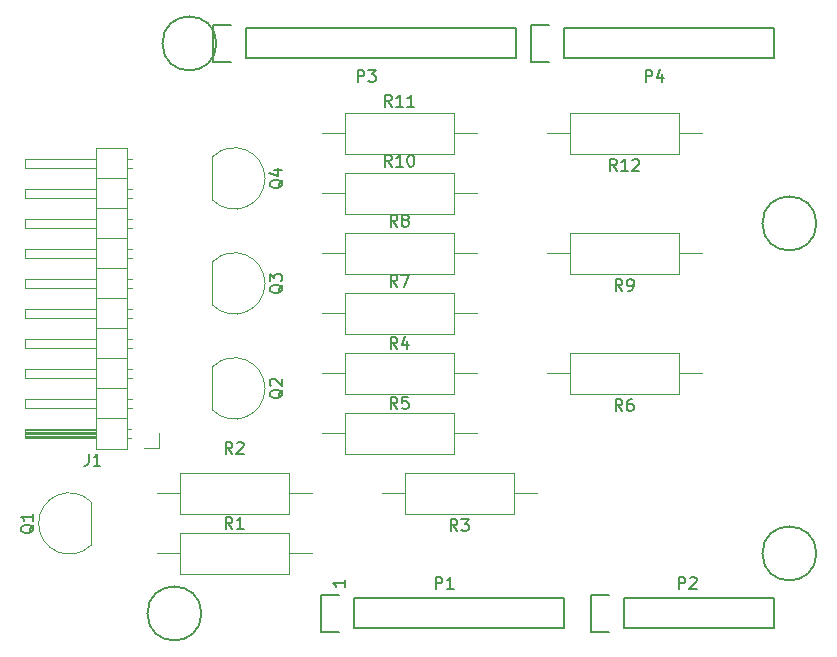
<source format=gbr>
G04 #@! TF.GenerationSoftware,KiCad,Pcbnew,(5.1.2)-1*
G04 #@! TF.CreationDate,2019-05-26T20:18:29+06:00*
G04 #@! TF.ProjectId,HeadcrabShield,48656164-6372-4616-9253-6869656c642e,rev?*
G04 #@! TF.SameCoordinates,Original*
G04 #@! TF.FileFunction,Legend,Top*
G04 #@! TF.FilePolarity,Positive*
%FSLAX46Y46*%
G04 Gerber Fmt 4.6, Leading zero omitted, Abs format (unit mm)*
G04 Created by KiCad (PCBNEW (5.1.2)-1) date 2019-05-26 20:18:29*
%MOMM*%
%LPD*%
G04 APERTURE LIST*
%ADD10C,0.150000*%
%ADD11C,0.120000*%
G04 APERTURE END LIST*
D10*
X139390380Y-120999285D02*
X139390380Y-121570714D01*
X139390380Y-121285000D02*
X138390380Y-121285000D01*
X138533238Y-121380238D01*
X138628476Y-121475476D01*
X138676095Y-121570714D01*
D11*
X123698000Y-109855000D02*
X122428000Y-109855000D01*
X123698000Y-108585000D02*
X123698000Y-109855000D01*
X121385071Y-85345000D02*
X120988000Y-85345000D01*
X121385071Y-86105000D02*
X120988000Y-86105000D01*
X112328000Y-85345000D02*
X118328000Y-85345000D01*
X112328000Y-86105000D02*
X112328000Y-85345000D01*
X118328000Y-86105000D02*
X112328000Y-86105000D01*
X120988000Y-86995000D02*
X118328000Y-86995000D01*
X121385071Y-87885000D02*
X120988000Y-87885000D01*
X121385071Y-88645000D02*
X120988000Y-88645000D01*
X112328000Y-87885000D02*
X118328000Y-87885000D01*
X112328000Y-88645000D02*
X112328000Y-87885000D01*
X118328000Y-88645000D02*
X112328000Y-88645000D01*
X120988000Y-89535000D02*
X118328000Y-89535000D01*
X121385071Y-90425000D02*
X120988000Y-90425000D01*
X121385071Y-91185000D02*
X120988000Y-91185000D01*
X112328000Y-90425000D02*
X118328000Y-90425000D01*
X112328000Y-91185000D02*
X112328000Y-90425000D01*
X118328000Y-91185000D02*
X112328000Y-91185000D01*
X120988000Y-92075000D02*
X118328000Y-92075000D01*
X121385071Y-92965000D02*
X120988000Y-92965000D01*
X121385071Y-93725000D02*
X120988000Y-93725000D01*
X112328000Y-92965000D02*
X118328000Y-92965000D01*
X112328000Y-93725000D02*
X112328000Y-92965000D01*
X118328000Y-93725000D02*
X112328000Y-93725000D01*
X120988000Y-94615000D02*
X118328000Y-94615000D01*
X121385071Y-95505000D02*
X120988000Y-95505000D01*
X121385071Y-96265000D02*
X120988000Y-96265000D01*
X112328000Y-95505000D02*
X118328000Y-95505000D01*
X112328000Y-96265000D02*
X112328000Y-95505000D01*
X118328000Y-96265000D02*
X112328000Y-96265000D01*
X120988000Y-97155000D02*
X118328000Y-97155000D01*
X121385071Y-98045000D02*
X120988000Y-98045000D01*
X121385071Y-98805000D02*
X120988000Y-98805000D01*
X112328000Y-98045000D02*
X118328000Y-98045000D01*
X112328000Y-98805000D02*
X112328000Y-98045000D01*
X118328000Y-98805000D02*
X112328000Y-98805000D01*
X120988000Y-99695000D02*
X118328000Y-99695000D01*
X121385071Y-100585000D02*
X120988000Y-100585000D01*
X121385071Y-101345000D02*
X120988000Y-101345000D01*
X112328000Y-100585000D02*
X118328000Y-100585000D01*
X112328000Y-101345000D02*
X112328000Y-100585000D01*
X118328000Y-101345000D02*
X112328000Y-101345000D01*
X120988000Y-102235000D02*
X118328000Y-102235000D01*
X121385071Y-103125000D02*
X120988000Y-103125000D01*
X121385071Y-103885000D02*
X120988000Y-103885000D01*
X112328000Y-103125000D02*
X118328000Y-103125000D01*
X112328000Y-103885000D02*
X112328000Y-103125000D01*
X118328000Y-103885000D02*
X112328000Y-103885000D01*
X120988000Y-104775000D02*
X118328000Y-104775000D01*
X121385071Y-105665000D02*
X120988000Y-105665000D01*
X121385071Y-106425000D02*
X120988000Y-106425000D01*
X112328000Y-105665000D02*
X118328000Y-105665000D01*
X112328000Y-106425000D02*
X112328000Y-105665000D01*
X118328000Y-106425000D02*
X112328000Y-106425000D01*
X120988000Y-107315000D02*
X118328000Y-107315000D01*
X121318000Y-108205000D02*
X120988000Y-108205000D01*
X121318000Y-108965000D02*
X120988000Y-108965000D01*
X118328000Y-108305000D02*
X112328000Y-108305000D01*
X118328000Y-108425000D02*
X112328000Y-108425000D01*
X118328000Y-108545000D02*
X112328000Y-108545000D01*
X118328000Y-108665000D02*
X112328000Y-108665000D01*
X118328000Y-108785000D02*
X112328000Y-108785000D01*
X118328000Y-108905000D02*
X112328000Y-108905000D01*
X112328000Y-108205000D02*
X118328000Y-108205000D01*
X112328000Y-108965000D02*
X112328000Y-108205000D01*
X118328000Y-108965000D02*
X112328000Y-108965000D01*
X118328000Y-109915000D02*
X120988000Y-109915000D01*
X118328000Y-84395000D02*
X118328000Y-109915000D01*
X120988000Y-84395000D02*
X118328000Y-84395000D01*
X120988000Y-109915000D02*
X120988000Y-84395000D01*
X156488000Y-83185000D02*
X158448000Y-83185000D01*
X169648000Y-83185000D02*
X167688000Y-83185000D01*
X158448000Y-84905000D02*
X167688000Y-84905000D01*
X158448000Y-81465000D02*
X158448000Y-84905000D01*
X167688000Y-81465000D02*
X158448000Y-81465000D01*
X167688000Y-84905000D02*
X167688000Y-81465000D01*
X156488000Y-93345000D02*
X158448000Y-93345000D01*
X169648000Y-93345000D02*
X167688000Y-93345000D01*
X158448000Y-95065000D02*
X167688000Y-95065000D01*
X158448000Y-91625000D02*
X158448000Y-95065000D01*
X167688000Y-91625000D02*
X158448000Y-91625000D01*
X167688000Y-95065000D02*
X167688000Y-91625000D01*
X150598000Y-83185000D02*
X148638000Y-83185000D01*
X137438000Y-83185000D02*
X139398000Y-83185000D01*
X148638000Y-81465000D02*
X139398000Y-81465000D01*
X148638000Y-84905000D02*
X148638000Y-81465000D01*
X139398000Y-84905000D02*
X148638000Y-84905000D01*
X139398000Y-81465000D02*
X139398000Y-84905000D01*
X150598000Y-93345000D02*
X148638000Y-93345000D01*
X137438000Y-93345000D02*
X139398000Y-93345000D01*
X148638000Y-91625000D02*
X139398000Y-91625000D01*
X148638000Y-95065000D02*
X148638000Y-91625000D01*
X139398000Y-95065000D02*
X148638000Y-95065000D01*
X139398000Y-91625000D02*
X139398000Y-95065000D01*
X150598000Y-88265000D02*
X148638000Y-88265000D01*
X137438000Y-88265000D02*
X139398000Y-88265000D01*
X148638000Y-86545000D02*
X139398000Y-86545000D01*
X148638000Y-89985000D02*
X148638000Y-86545000D01*
X139398000Y-89985000D02*
X148638000Y-89985000D01*
X139398000Y-86545000D02*
X139398000Y-89985000D01*
X150598000Y-98425000D02*
X148638000Y-98425000D01*
X137438000Y-98425000D02*
X139398000Y-98425000D01*
X148638000Y-96705000D02*
X139398000Y-96705000D01*
X148638000Y-100145000D02*
X148638000Y-96705000D01*
X139398000Y-100145000D02*
X148638000Y-100145000D01*
X139398000Y-96705000D02*
X139398000Y-100145000D01*
X156488000Y-103505000D02*
X158448000Y-103505000D01*
X169648000Y-103505000D02*
X167688000Y-103505000D01*
X158448000Y-105225000D02*
X167688000Y-105225000D01*
X158448000Y-101785000D02*
X158448000Y-105225000D01*
X167688000Y-101785000D02*
X158448000Y-101785000D01*
X167688000Y-105225000D02*
X167688000Y-101785000D01*
X150598000Y-108585000D02*
X148638000Y-108585000D01*
X137438000Y-108585000D02*
X139398000Y-108585000D01*
X148638000Y-106865000D02*
X139398000Y-106865000D01*
X148638000Y-110305000D02*
X148638000Y-106865000D01*
X139398000Y-110305000D02*
X148638000Y-110305000D01*
X139398000Y-106865000D02*
X139398000Y-110305000D01*
X137438000Y-103505000D02*
X139398000Y-103505000D01*
X150598000Y-103505000D02*
X148638000Y-103505000D01*
X139398000Y-105225000D02*
X148638000Y-105225000D01*
X139398000Y-101785000D02*
X139398000Y-105225000D01*
X148638000Y-101785000D02*
X139398000Y-101785000D01*
X148638000Y-105225000D02*
X148638000Y-101785000D01*
X142518000Y-113665000D02*
X144478000Y-113665000D01*
X155678000Y-113665000D02*
X153718000Y-113665000D01*
X144478000Y-115385000D02*
X153718000Y-115385000D01*
X144478000Y-111945000D02*
X144478000Y-115385000D01*
X153718000Y-111945000D02*
X144478000Y-111945000D01*
X153718000Y-115385000D02*
X153718000Y-111945000D01*
X123468000Y-113665000D02*
X125428000Y-113665000D01*
X136628000Y-113665000D02*
X134668000Y-113665000D01*
X125428000Y-115385000D02*
X134668000Y-115385000D01*
X125428000Y-111945000D02*
X125428000Y-115385000D01*
X134668000Y-111945000D02*
X125428000Y-111945000D01*
X134668000Y-115385000D02*
X134668000Y-111945000D01*
X136628000Y-118745000D02*
X134668000Y-118745000D01*
X123468000Y-118745000D02*
X125428000Y-118745000D01*
X134668000Y-117025000D02*
X125428000Y-117025000D01*
X134668000Y-120465000D02*
X134668000Y-117025000D01*
X125428000Y-120465000D02*
X134668000Y-120465000D01*
X125428000Y-117025000D02*
X125428000Y-120465000D01*
X128209522Y-88833478D02*
G75*
G03X132648000Y-86995000I1838478J1838478D01*
G01*
X128209522Y-85156522D02*
G75*
G02X132648000Y-86995000I1838478J-1838478D01*
G01*
X128198000Y-85195000D02*
X128198000Y-88795000D01*
X128209522Y-97723478D02*
G75*
G03X132648000Y-95885000I1838478J1838478D01*
G01*
X128209522Y-94046522D02*
G75*
G02X132648000Y-95885000I1838478J-1838478D01*
G01*
X128198000Y-94085000D02*
X128198000Y-97685000D01*
X128209522Y-106613478D02*
G75*
G03X132648000Y-104775000I1838478J1838478D01*
G01*
X128209522Y-102936522D02*
G75*
G02X132648000Y-104775000I1838478J-1838478D01*
G01*
X128198000Y-102975000D02*
X128198000Y-106575000D01*
X117916478Y-114366522D02*
G75*
G03X113478000Y-116205000I-1838478J-1838478D01*
G01*
X117916478Y-118043478D02*
G75*
G02X113478000Y-116205000I-1838478J1838478D01*
G01*
X117928000Y-118005000D02*
X117928000Y-114405000D01*
D10*
X140208000Y-125095000D02*
X157988000Y-125095000D01*
X157988000Y-125095000D02*
X157988000Y-122555000D01*
X157988000Y-122555000D02*
X140208000Y-122555000D01*
X137388000Y-125375000D02*
X138938000Y-125375000D01*
X140208000Y-125095000D02*
X140208000Y-122555000D01*
X138938000Y-122275000D02*
X137388000Y-122275000D01*
X137388000Y-122275000D02*
X137388000Y-125375000D01*
X163068000Y-125095000D02*
X175768000Y-125095000D01*
X175768000Y-125095000D02*
X175768000Y-122555000D01*
X175768000Y-122555000D02*
X163068000Y-122555000D01*
X160248000Y-125375000D02*
X161798000Y-125375000D01*
X163068000Y-125095000D02*
X163068000Y-122555000D01*
X161798000Y-122275000D02*
X160248000Y-122275000D01*
X160248000Y-122275000D02*
X160248000Y-125375000D01*
X131064000Y-76835000D02*
X153924000Y-76835000D01*
X153924000Y-76835000D02*
X153924000Y-74295000D01*
X153924000Y-74295000D02*
X131064000Y-74295000D01*
X128244000Y-77115000D02*
X129794000Y-77115000D01*
X131064000Y-76835000D02*
X131064000Y-74295000D01*
X129794000Y-74015000D02*
X128244000Y-74015000D01*
X128244000Y-74015000D02*
X128244000Y-77115000D01*
X157988000Y-76835000D02*
X175768000Y-76835000D01*
X175768000Y-76835000D02*
X175768000Y-74295000D01*
X175768000Y-74295000D02*
X157988000Y-74295000D01*
X155168000Y-77115000D02*
X156718000Y-77115000D01*
X157988000Y-76835000D02*
X157988000Y-74295000D01*
X156718000Y-74015000D02*
X155168000Y-74015000D01*
X155168000Y-74015000D02*
X155168000Y-77115000D01*
X127254000Y-123825000D02*
G75*
G03X127254000Y-123825000I-2286000J0D01*
G01*
X179324000Y-118745000D02*
G75*
G03X179324000Y-118745000I-2286000J0D01*
G01*
X128524000Y-75565000D02*
G75*
G03X128524000Y-75565000I-2286000J0D01*
G01*
X179324000Y-90805000D02*
G75*
G03X179324000Y-90805000I-2286000J0D01*
G01*
X117709666Y-110307380D02*
X117709666Y-111021666D01*
X117662047Y-111164523D01*
X117566809Y-111259761D01*
X117423952Y-111307380D01*
X117328714Y-111307380D01*
X118709666Y-111307380D02*
X118138238Y-111307380D01*
X118423952Y-111307380D02*
X118423952Y-110307380D01*
X118328714Y-110450238D01*
X118233476Y-110545476D01*
X118138238Y-110593095D01*
X162425142Y-86357380D02*
X162091809Y-85881190D01*
X161853714Y-86357380D02*
X161853714Y-85357380D01*
X162234666Y-85357380D01*
X162329904Y-85405000D01*
X162377523Y-85452619D01*
X162425142Y-85547857D01*
X162425142Y-85690714D01*
X162377523Y-85785952D01*
X162329904Y-85833571D01*
X162234666Y-85881190D01*
X161853714Y-85881190D01*
X163377523Y-86357380D02*
X162806095Y-86357380D01*
X163091809Y-86357380D02*
X163091809Y-85357380D01*
X162996571Y-85500238D01*
X162901333Y-85595476D01*
X162806095Y-85643095D01*
X163758476Y-85452619D02*
X163806095Y-85405000D01*
X163901333Y-85357380D01*
X164139428Y-85357380D01*
X164234666Y-85405000D01*
X164282285Y-85452619D01*
X164329904Y-85547857D01*
X164329904Y-85643095D01*
X164282285Y-85785952D01*
X163710857Y-86357380D01*
X164329904Y-86357380D01*
X162901333Y-96517380D02*
X162568000Y-96041190D01*
X162329904Y-96517380D02*
X162329904Y-95517380D01*
X162710857Y-95517380D01*
X162806095Y-95565000D01*
X162853714Y-95612619D01*
X162901333Y-95707857D01*
X162901333Y-95850714D01*
X162853714Y-95945952D01*
X162806095Y-95993571D01*
X162710857Y-96041190D01*
X162329904Y-96041190D01*
X163377523Y-96517380D02*
X163568000Y-96517380D01*
X163663238Y-96469761D01*
X163710857Y-96422142D01*
X163806095Y-96279285D01*
X163853714Y-96088809D01*
X163853714Y-95707857D01*
X163806095Y-95612619D01*
X163758476Y-95565000D01*
X163663238Y-95517380D01*
X163472761Y-95517380D01*
X163377523Y-95565000D01*
X163329904Y-95612619D01*
X163282285Y-95707857D01*
X163282285Y-95945952D01*
X163329904Y-96041190D01*
X163377523Y-96088809D01*
X163472761Y-96136428D01*
X163663238Y-96136428D01*
X163758476Y-96088809D01*
X163806095Y-96041190D01*
X163853714Y-95945952D01*
X143375142Y-80917380D02*
X143041809Y-80441190D01*
X142803714Y-80917380D02*
X142803714Y-79917380D01*
X143184666Y-79917380D01*
X143279904Y-79965000D01*
X143327523Y-80012619D01*
X143375142Y-80107857D01*
X143375142Y-80250714D01*
X143327523Y-80345952D01*
X143279904Y-80393571D01*
X143184666Y-80441190D01*
X142803714Y-80441190D01*
X144327523Y-80917380D02*
X143756095Y-80917380D01*
X144041809Y-80917380D02*
X144041809Y-79917380D01*
X143946571Y-80060238D01*
X143851333Y-80155476D01*
X143756095Y-80203095D01*
X145279904Y-80917380D02*
X144708476Y-80917380D01*
X144994190Y-80917380D02*
X144994190Y-79917380D01*
X144898952Y-80060238D01*
X144803714Y-80155476D01*
X144708476Y-80203095D01*
X143851333Y-91077380D02*
X143518000Y-90601190D01*
X143279904Y-91077380D02*
X143279904Y-90077380D01*
X143660857Y-90077380D01*
X143756095Y-90125000D01*
X143803714Y-90172619D01*
X143851333Y-90267857D01*
X143851333Y-90410714D01*
X143803714Y-90505952D01*
X143756095Y-90553571D01*
X143660857Y-90601190D01*
X143279904Y-90601190D01*
X144422761Y-90505952D02*
X144327523Y-90458333D01*
X144279904Y-90410714D01*
X144232285Y-90315476D01*
X144232285Y-90267857D01*
X144279904Y-90172619D01*
X144327523Y-90125000D01*
X144422761Y-90077380D01*
X144613238Y-90077380D01*
X144708476Y-90125000D01*
X144756095Y-90172619D01*
X144803714Y-90267857D01*
X144803714Y-90315476D01*
X144756095Y-90410714D01*
X144708476Y-90458333D01*
X144613238Y-90505952D01*
X144422761Y-90505952D01*
X144327523Y-90553571D01*
X144279904Y-90601190D01*
X144232285Y-90696428D01*
X144232285Y-90886904D01*
X144279904Y-90982142D01*
X144327523Y-91029761D01*
X144422761Y-91077380D01*
X144613238Y-91077380D01*
X144708476Y-91029761D01*
X144756095Y-90982142D01*
X144803714Y-90886904D01*
X144803714Y-90696428D01*
X144756095Y-90601190D01*
X144708476Y-90553571D01*
X144613238Y-90505952D01*
X143375142Y-85997380D02*
X143041809Y-85521190D01*
X142803714Y-85997380D02*
X142803714Y-84997380D01*
X143184666Y-84997380D01*
X143279904Y-85045000D01*
X143327523Y-85092619D01*
X143375142Y-85187857D01*
X143375142Y-85330714D01*
X143327523Y-85425952D01*
X143279904Y-85473571D01*
X143184666Y-85521190D01*
X142803714Y-85521190D01*
X144327523Y-85997380D02*
X143756095Y-85997380D01*
X144041809Y-85997380D02*
X144041809Y-84997380D01*
X143946571Y-85140238D01*
X143851333Y-85235476D01*
X143756095Y-85283095D01*
X144946571Y-84997380D02*
X145041809Y-84997380D01*
X145137047Y-85045000D01*
X145184666Y-85092619D01*
X145232285Y-85187857D01*
X145279904Y-85378333D01*
X145279904Y-85616428D01*
X145232285Y-85806904D01*
X145184666Y-85902142D01*
X145137047Y-85949761D01*
X145041809Y-85997380D01*
X144946571Y-85997380D01*
X144851333Y-85949761D01*
X144803714Y-85902142D01*
X144756095Y-85806904D01*
X144708476Y-85616428D01*
X144708476Y-85378333D01*
X144756095Y-85187857D01*
X144803714Y-85092619D01*
X144851333Y-85045000D01*
X144946571Y-84997380D01*
X143851333Y-96157380D02*
X143518000Y-95681190D01*
X143279904Y-96157380D02*
X143279904Y-95157380D01*
X143660857Y-95157380D01*
X143756095Y-95205000D01*
X143803714Y-95252619D01*
X143851333Y-95347857D01*
X143851333Y-95490714D01*
X143803714Y-95585952D01*
X143756095Y-95633571D01*
X143660857Y-95681190D01*
X143279904Y-95681190D01*
X144184666Y-95157380D02*
X144851333Y-95157380D01*
X144422761Y-96157380D01*
X162901333Y-106677380D02*
X162568000Y-106201190D01*
X162329904Y-106677380D02*
X162329904Y-105677380D01*
X162710857Y-105677380D01*
X162806095Y-105725000D01*
X162853714Y-105772619D01*
X162901333Y-105867857D01*
X162901333Y-106010714D01*
X162853714Y-106105952D01*
X162806095Y-106153571D01*
X162710857Y-106201190D01*
X162329904Y-106201190D01*
X163758476Y-105677380D02*
X163568000Y-105677380D01*
X163472761Y-105725000D01*
X163425142Y-105772619D01*
X163329904Y-105915476D01*
X163282285Y-106105952D01*
X163282285Y-106486904D01*
X163329904Y-106582142D01*
X163377523Y-106629761D01*
X163472761Y-106677380D01*
X163663238Y-106677380D01*
X163758476Y-106629761D01*
X163806095Y-106582142D01*
X163853714Y-106486904D01*
X163853714Y-106248809D01*
X163806095Y-106153571D01*
X163758476Y-106105952D01*
X163663238Y-106058333D01*
X163472761Y-106058333D01*
X163377523Y-106105952D01*
X163329904Y-106153571D01*
X163282285Y-106248809D01*
X143851333Y-106497380D02*
X143518000Y-106021190D01*
X143279904Y-106497380D02*
X143279904Y-105497380D01*
X143660857Y-105497380D01*
X143756095Y-105545000D01*
X143803714Y-105592619D01*
X143851333Y-105687857D01*
X143851333Y-105830714D01*
X143803714Y-105925952D01*
X143756095Y-105973571D01*
X143660857Y-106021190D01*
X143279904Y-106021190D01*
X144756095Y-105497380D02*
X144279904Y-105497380D01*
X144232285Y-105973571D01*
X144279904Y-105925952D01*
X144375142Y-105878333D01*
X144613238Y-105878333D01*
X144708476Y-105925952D01*
X144756095Y-105973571D01*
X144803714Y-106068809D01*
X144803714Y-106306904D01*
X144756095Y-106402142D01*
X144708476Y-106449761D01*
X144613238Y-106497380D01*
X144375142Y-106497380D01*
X144279904Y-106449761D01*
X144232285Y-106402142D01*
X143851333Y-101417380D02*
X143518000Y-100941190D01*
X143279904Y-101417380D02*
X143279904Y-100417380D01*
X143660857Y-100417380D01*
X143756095Y-100465000D01*
X143803714Y-100512619D01*
X143851333Y-100607857D01*
X143851333Y-100750714D01*
X143803714Y-100845952D01*
X143756095Y-100893571D01*
X143660857Y-100941190D01*
X143279904Y-100941190D01*
X144708476Y-100750714D02*
X144708476Y-101417380D01*
X144470380Y-100369761D02*
X144232285Y-101084047D01*
X144851333Y-101084047D01*
X148931333Y-116837380D02*
X148598000Y-116361190D01*
X148359904Y-116837380D02*
X148359904Y-115837380D01*
X148740857Y-115837380D01*
X148836095Y-115885000D01*
X148883714Y-115932619D01*
X148931333Y-116027857D01*
X148931333Y-116170714D01*
X148883714Y-116265952D01*
X148836095Y-116313571D01*
X148740857Y-116361190D01*
X148359904Y-116361190D01*
X149264666Y-115837380D02*
X149883714Y-115837380D01*
X149550380Y-116218333D01*
X149693238Y-116218333D01*
X149788476Y-116265952D01*
X149836095Y-116313571D01*
X149883714Y-116408809D01*
X149883714Y-116646904D01*
X149836095Y-116742142D01*
X149788476Y-116789761D01*
X149693238Y-116837380D01*
X149407523Y-116837380D01*
X149312285Y-116789761D01*
X149264666Y-116742142D01*
X129881333Y-110307380D02*
X129548000Y-109831190D01*
X129309904Y-110307380D02*
X129309904Y-109307380D01*
X129690857Y-109307380D01*
X129786095Y-109355000D01*
X129833714Y-109402619D01*
X129881333Y-109497857D01*
X129881333Y-109640714D01*
X129833714Y-109735952D01*
X129786095Y-109783571D01*
X129690857Y-109831190D01*
X129309904Y-109831190D01*
X130262285Y-109402619D02*
X130309904Y-109355000D01*
X130405142Y-109307380D01*
X130643238Y-109307380D01*
X130738476Y-109355000D01*
X130786095Y-109402619D01*
X130833714Y-109497857D01*
X130833714Y-109593095D01*
X130786095Y-109735952D01*
X130214666Y-110307380D01*
X130833714Y-110307380D01*
X129881333Y-116657380D02*
X129548000Y-116181190D01*
X129309904Y-116657380D02*
X129309904Y-115657380D01*
X129690857Y-115657380D01*
X129786095Y-115705000D01*
X129833714Y-115752619D01*
X129881333Y-115847857D01*
X129881333Y-115990714D01*
X129833714Y-116085952D01*
X129786095Y-116133571D01*
X129690857Y-116181190D01*
X129309904Y-116181190D01*
X130833714Y-116657380D02*
X130262285Y-116657380D01*
X130548000Y-116657380D02*
X130548000Y-115657380D01*
X130452761Y-115800238D01*
X130357523Y-115895476D01*
X130262285Y-115943095D01*
X134155619Y-87090238D02*
X134108000Y-87185476D01*
X134012761Y-87280714D01*
X133869904Y-87423571D01*
X133822285Y-87518809D01*
X133822285Y-87614047D01*
X134060380Y-87566428D02*
X134012761Y-87661666D01*
X133917523Y-87756904D01*
X133727047Y-87804523D01*
X133393714Y-87804523D01*
X133203238Y-87756904D01*
X133108000Y-87661666D01*
X133060380Y-87566428D01*
X133060380Y-87375952D01*
X133108000Y-87280714D01*
X133203238Y-87185476D01*
X133393714Y-87137857D01*
X133727047Y-87137857D01*
X133917523Y-87185476D01*
X134012761Y-87280714D01*
X134060380Y-87375952D01*
X134060380Y-87566428D01*
X133393714Y-86280714D02*
X134060380Y-86280714D01*
X133012761Y-86518809D02*
X133727047Y-86756904D01*
X133727047Y-86137857D01*
X134155619Y-95980238D02*
X134108000Y-96075476D01*
X134012761Y-96170714D01*
X133869904Y-96313571D01*
X133822285Y-96408809D01*
X133822285Y-96504047D01*
X134060380Y-96456428D02*
X134012761Y-96551666D01*
X133917523Y-96646904D01*
X133727047Y-96694523D01*
X133393714Y-96694523D01*
X133203238Y-96646904D01*
X133108000Y-96551666D01*
X133060380Y-96456428D01*
X133060380Y-96265952D01*
X133108000Y-96170714D01*
X133203238Y-96075476D01*
X133393714Y-96027857D01*
X133727047Y-96027857D01*
X133917523Y-96075476D01*
X134012761Y-96170714D01*
X134060380Y-96265952D01*
X134060380Y-96456428D01*
X133060380Y-95694523D02*
X133060380Y-95075476D01*
X133441333Y-95408809D01*
X133441333Y-95265952D01*
X133488952Y-95170714D01*
X133536571Y-95123095D01*
X133631809Y-95075476D01*
X133869904Y-95075476D01*
X133965142Y-95123095D01*
X134012761Y-95170714D01*
X134060380Y-95265952D01*
X134060380Y-95551666D01*
X134012761Y-95646904D01*
X133965142Y-95694523D01*
X134155619Y-104870238D02*
X134108000Y-104965476D01*
X134012761Y-105060714D01*
X133869904Y-105203571D01*
X133822285Y-105298809D01*
X133822285Y-105394047D01*
X134060380Y-105346428D02*
X134012761Y-105441666D01*
X133917523Y-105536904D01*
X133727047Y-105584523D01*
X133393714Y-105584523D01*
X133203238Y-105536904D01*
X133108000Y-105441666D01*
X133060380Y-105346428D01*
X133060380Y-105155952D01*
X133108000Y-105060714D01*
X133203238Y-104965476D01*
X133393714Y-104917857D01*
X133727047Y-104917857D01*
X133917523Y-104965476D01*
X134012761Y-105060714D01*
X134060380Y-105155952D01*
X134060380Y-105346428D01*
X133155619Y-104536904D02*
X133108000Y-104489285D01*
X133060380Y-104394047D01*
X133060380Y-104155952D01*
X133108000Y-104060714D01*
X133155619Y-104013095D01*
X133250857Y-103965476D01*
X133346095Y-103965476D01*
X133488952Y-104013095D01*
X134060380Y-104584523D01*
X134060380Y-103965476D01*
X113065619Y-116300238D02*
X113018000Y-116395476D01*
X112922761Y-116490714D01*
X112779904Y-116633571D01*
X112732285Y-116728809D01*
X112732285Y-116824047D01*
X112970380Y-116776428D02*
X112922761Y-116871666D01*
X112827523Y-116966904D01*
X112637047Y-117014523D01*
X112303714Y-117014523D01*
X112113238Y-116966904D01*
X112018000Y-116871666D01*
X111970380Y-116776428D01*
X111970380Y-116585952D01*
X112018000Y-116490714D01*
X112113238Y-116395476D01*
X112303714Y-116347857D01*
X112637047Y-116347857D01*
X112827523Y-116395476D01*
X112922761Y-116490714D01*
X112970380Y-116585952D01*
X112970380Y-116776428D01*
X112970380Y-115395476D02*
X112970380Y-115966904D01*
X112970380Y-115681190D02*
X111970380Y-115681190D01*
X112113238Y-115776428D01*
X112208476Y-115871666D01*
X112256095Y-115966904D01*
X147089904Y-121737380D02*
X147089904Y-120737380D01*
X147470857Y-120737380D01*
X147566095Y-120785000D01*
X147613714Y-120832619D01*
X147661333Y-120927857D01*
X147661333Y-121070714D01*
X147613714Y-121165952D01*
X147566095Y-121213571D01*
X147470857Y-121261190D01*
X147089904Y-121261190D01*
X148613714Y-121737380D02*
X148042285Y-121737380D01*
X148328000Y-121737380D02*
X148328000Y-120737380D01*
X148232761Y-120880238D01*
X148137523Y-120975476D01*
X148042285Y-121023095D01*
X167663904Y-121737380D02*
X167663904Y-120737380D01*
X168044857Y-120737380D01*
X168140095Y-120785000D01*
X168187714Y-120832619D01*
X168235333Y-120927857D01*
X168235333Y-121070714D01*
X168187714Y-121165952D01*
X168140095Y-121213571D01*
X168044857Y-121261190D01*
X167663904Y-121261190D01*
X168616285Y-120832619D02*
X168663904Y-120785000D01*
X168759142Y-120737380D01*
X168997238Y-120737380D01*
X169092476Y-120785000D01*
X169140095Y-120832619D01*
X169187714Y-120927857D01*
X169187714Y-121023095D01*
X169140095Y-121165952D01*
X168568666Y-121737380D01*
X169187714Y-121737380D01*
X140485904Y-78811380D02*
X140485904Y-77811380D01*
X140866857Y-77811380D01*
X140962095Y-77859000D01*
X141009714Y-77906619D01*
X141057333Y-78001857D01*
X141057333Y-78144714D01*
X141009714Y-78239952D01*
X140962095Y-78287571D01*
X140866857Y-78335190D01*
X140485904Y-78335190D01*
X141390666Y-77811380D02*
X142009714Y-77811380D01*
X141676380Y-78192333D01*
X141819238Y-78192333D01*
X141914476Y-78239952D01*
X141962095Y-78287571D01*
X142009714Y-78382809D01*
X142009714Y-78620904D01*
X141962095Y-78716142D01*
X141914476Y-78763761D01*
X141819238Y-78811380D01*
X141533523Y-78811380D01*
X141438285Y-78763761D01*
X141390666Y-78716142D01*
X164869904Y-78811380D02*
X164869904Y-77811380D01*
X165250857Y-77811380D01*
X165346095Y-77859000D01*
X165393714Y-77906619D01*
X165441333Y-78001857D01*
X165441333Y-78144714D01*
X165393714Y-78239952D01*
X165346095Y-78287571D01*
X165250857Y-78335190D01*
X164869904Y-78335190D01*
X166298476Y-78144714D02*
X166298476Y-78811380D01*
X166060380Y-77763761D02*
X165822285Y-78478047D01*
X166441333Y-78478047D01*
M02*

</source>
